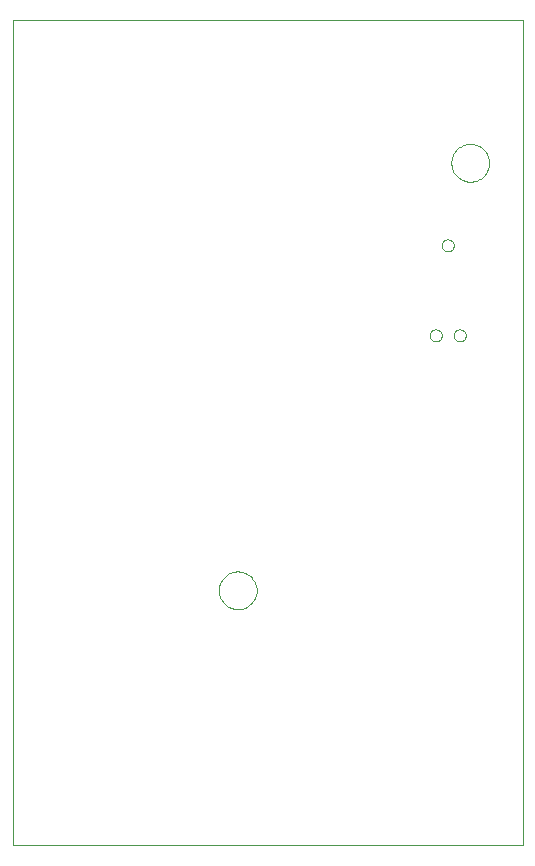
<source format=gbo>
G75*
G70*
%OFA0B0*%
%FSLAX24Y24*%
%IPPOS*%
%LPD*%
%AMOC8*
5,1,8,0,0,1.08239X$1,22.5*
%
%ADD10C,0.0000*%
D10*
X003003Y000151D02*
X003003Y027651D01*
X020003Y027651D01*
X019996Y000151D01*
X003003Y000151D01*
X009873Y008651D02*
X009875Y008701D01*
X009881Y008751D01*
X009891Y008800D01*
X009905Y008848D01*
X009922Y008895D01*
X009943Y008940D01*
X009968Y008984D01*
X009996Y009025D01*
X010028Y009064D01*
X010062Y009101D01*
X010099Y009135D01*
X010139Y009165D01*
X010181Y009192D01*
X010225Y009216D01*
X010271Y009237D01*
X010318Y009253D01*
X010366Y009266D01*
X010416Y009275D01*
X010465Y009280D01*
X010516Y009281D01*
X010566Y009278D01*
X010615Y009271D01*
X010664Y009260D01*
X010712Y009245D01*
X010758Y009227D01*
X010803Y009205D01*
X010846Y009179D01*
X010887Y009150D01*
X010926Y009118D01*
X010962Y009083D01*
X010994Y009045D01*
X011024Y009005D01*
X011051Y008962D01*
X011074Y008918D01*
X011093Y008872D01*
X011109Y008824D01*
X011121Y008775D01*
X011129Y008726D01*
X011133Y008676D01*
X011133Y008626D01*
X011129Y008576D01*
X011121Y008527D01*
X011109Y008478D01*
X011093Y008430D01*
X011074Y008384D01*
X011051Y008340D01*
X011024Y008297D01*
X010994Y008257D01*
X010962Y008219D01*
X010926Y008184D01*
X010887Y008152D01*
X010846Y008123D01*
X010803Y008097D01*
X010758Y008075D01*
X010712Y008057D01*
X010664Y008042D01*
X010615Y008031D01*
X010566Y008024D01*
X010516Y008021D01*
X010465Y008022D01*
X010416Y008027D01*
X010366Y008036D01*
X010318Y008049D01*
X010271Y008065D01*
X010225Y008086D01*
X010181Y008110D01*
X010139Y008137D01*
X010099Y008167D01*
X010062Y008201D01*
X010028Y008238D01*
X009996Y008277D01*
X009968Y008318D01*
X009943Y008362D01*
X009922Y008407D01*
X009905Y008454D01*
X009891Y008502D01*
X009881Y008551D01*
X009875Y008601D01*
X009873Y008651D01*
X016903Y017151D02*
X016905Y017179D01*
X016911Y017206D01*
X016920Y017232D01*
X016933Y017257D01*
X016950Y017280D01*
X016969Y017300D01*
X016991Y017317D01*
X017015Y017331D01*
X017041Y017341D01*
X017068Y017348D01*
X017096Y017351D01*
X017124Y017350D01*
X017151Y017345D01*
X017178Y017336D01*
X017203Y017324D01*
X017226Y017309D01*
X017247Y017290D01*
X017265Y017269D01*
X017280Y017245D01*
X017291Y017219D01*
X017299Y017193D01*
X017303Y017165D01*
X017303Y017137D01*
X017299Y017109D01*
X017291Y017083D01*
X017280Y017057D01*
X017265Y017033D01*
X017247Y017012D01*
X017226Y016993D01*
X017203Y016978D01*
X017178Y016966D01*
X017151Y016957D01*
X017124Y016952D01*
X017096Y016951D01*
X017068Y016954D01*
X017041Y016961D01*
X017015Y016971D01*
X016991Y016985D01*
X016969Y017002D01*
X016950Y017022D01*
X016933Y017045D01*
X016920Y017070D01*
X016911Y017096D01*
X016905Y017123D01*
X016903Y017151D01*
X017703Y017151D02*
X017705Y017179D01*
X017711Y017206D01*
X017720Y017232D01*
X017733Y017257D01*
X017750Y017280D01*
X017769Y017300D01*
X017791Y017317D01*
X017815Y017331D01*
X017841Y017341D01*
X017868Y017348D01*
X017896Y017351D01*
X017924Y017350D01*
X017951Y017345D01*
X017978Y017336D01*
X018003Y017324D01*
X018026Y017309D01*
X018047Y017290D01*
X018065Y017269D01*
X018080Y017245D01*
X018091Y017219D01*
X018099Y017193D01*
X018103Y017165D01*
X018103Y017137D01*
X018099Y017109D01*
X018091Y017083D01*
X018080Y017057D01*
X018065Y017033D01*
X018047Y017012D01*
X018026Y016993D01*
X018003Y016978D01*
X017978Y016966D01*
X017951Y016957D01*
X017924Y016952D01*
X017896Y016951D01*
X017868Y016954D01*
X017841Y016961D01*
X017815Y016971D01*
X017791Y016985D01*
X017769Y017002D01*
X017750Y017022D01*
X017733Y017045D01*
X017720Y017070D01*
X017711Y017096D01*
X017705Y017123D01*
X017703Y017151D01*
X017303Y020151D02*
X017305Y020179D01*
X017311Y020206D01*
X017320Y020232D01*
X017333Y020257D01*
X017350Y020280D01*
X017369Y020300D01*
X017391Y020317D01*
X017415Y020331D01*
X017441Y020341D01*
X017468Y020348D01*
X017496Y020351D01*
X017524Y020350D01*
X017551Y020345D01*
X017578Y020336D01*
X017603Y020324D01*
X017626Y020309D01*
X017647Y020290D01*
X017665Y020269D01*
X017680Y020245D01*
X017691Y020219D01*
X017699Y020193D01*
X017703Y020165D01*
X017703Y020137D01*
X017699Y020109D01*
X017691Y020083D01*
X017680Y020057D01*
X017665Y020033D01*
X017647Y020012D01*
X017626Y019993D01*
X017603Y019978D01*
X017578Y019966D01*
X017551Y019957D01*
X017524Y019952D01*
X017496Y019951D01*
X017468Y019954D01*
X017441Y019961D01*
X017415Y019971D01*
X017391Y019985D01*
X017369Y020002D01*
X017350Y020022D01*
X017333Y020045D01*
X017320Y020070D01*
X017311Y020096D01*
X017305Y020123D01*
X017303Y020151D01*
X017623Y022901D02*
X017625Y022951D01*
X017631Y023001D01*
X017641Y023050D01*
X017655Y023098D01*
X017672Y023145D01*
X017693Y023190D01*
X017718Y023234D01*
X017746Y023275D01*
X017778Y023314D01*
X017812Y023351D01*
X017849Y023385D01*
X017889Y023415D01*
X017931Y023442D01*
X017975Y023466D01*
X018021Y023487D01*
X018068Y023503D01*
X018116Y023516D01*
X018166Y023525D01*
X018215Y023530D01*
X018266Y023531D01*
X018316Y023528D01*
X018365Y023521D01*
X018414Y023510D01*
X018462Y023495D01*
X018508Y023477D01*
X018553Y023455D01*
X018596Y023429D01*
X018637Y023400D01*
X018676Y023368D01*
X018712Y023333D01*
X018744Y023295D01*
X018774Y023255D01*
X018801Y023212D01*
X018824Y023168D01*
X018843Y023122D01*
X018859Y023074D01*
X018871Y023025D01*
X018879Y022976D01*
X018883Y022926D01*
X018883Y022876D01*
X018879Y022826D01*
X018871Y022777D01*
X018859Y022728D01*
X018843Y022680D01*
X018824Y022634D01*
X018801Y022590D01*
X018774Y022547D01*
X018744Y022507D01*
X018712Y022469D01*
X018676Y022434D01*
X018637Y022402D01*
X018596Y022373D01*
X018553Y022347D01*
X018508Y022325D01*
X018462Y022307D01*
X018414Y022292D01*
X018365Y022281D01*
X018316Y022274D01*
X018266Y022271D01*
X018215Y022272D01*
X018166Y022277D01*
X018116Y022286D01*
X018068Y022299D01*
X018021Y022315D01*
X017975Y022336D01*
X017931Y022360D01*
X017889Y022387D01*
X017849Y022417D01*
X017812Y022451D01*
X017778Y022488D01*
X017746Y022527D01*
X017718Y022568D01*
X017693Y022612D01*
X017672Y022657D01*
X017655Y022704D01*
X017641Y022752D01*
X017631Y022801D01*
X017625Y022851D01*
X017623Y022901D01*
M02*

</source>
